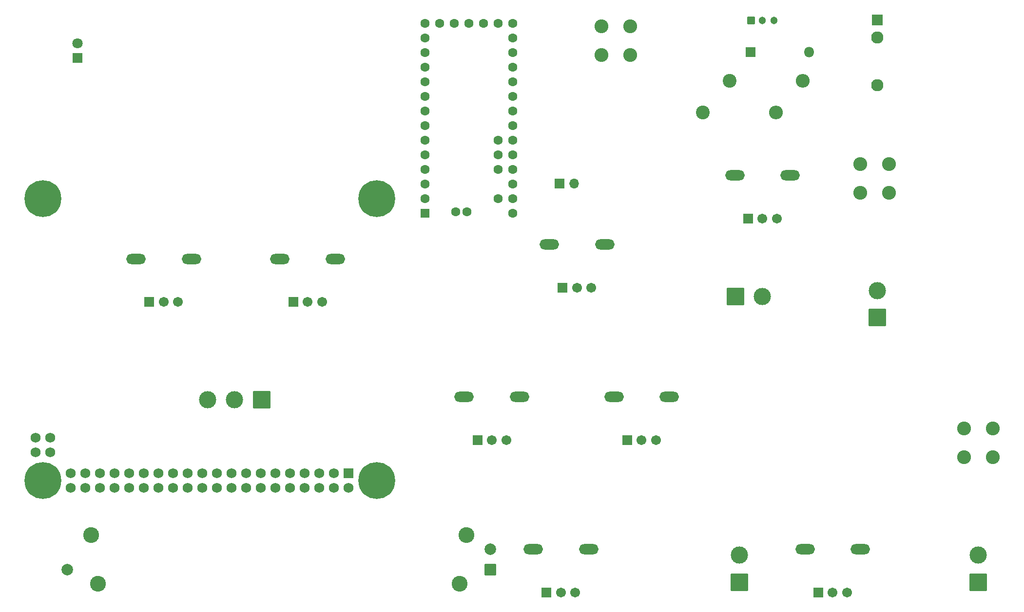
<source format=gbr>
%TF.GenerationSoftware,KiCad,Pcbnew,8.0.4*%
%TF.CreationDate,2024-09-25T11:32:12+02:00*%
%TF.ProjectId,ys.granular,79732e67-7261-46e7-956c-61722e6b6963,rev?*%
%TF.SameCoordinates,Original*%
%TF.FileFunction,Soldermask,Top*%
%TF.FilePolarity,Negative*%
%FSLAX46Y46*%
G04 Gerber Fmt 4.6, Leading zero omitted, Abs format (unit mm)*
G04 Created by KiCad (PCBNEW 8.0.4) date 2024-09-25 11:32:12*
%MOMM*%
%LPD*%
G01*
G04 APERTURE LIST*
G04 Aperture macros list*
%AMRoundRect*
0 Rectangle with rounded corners*
0 $1 Rounding radius*
0 $2 $3 $4 $5 $6 $7 $8 $9 X,Y pos of 4 corners*
0 Add a 4 corners polygon primitive as box body*
4,1,4,$2,$3,$4,$5,$6,$7,$8,$9,$2,$3,0*
0 Add four circle primitives for the rounded corners*
1,1,$1+$1,$2,$3*
1,1,$1+$1,$4,$5*
1,1,$1+$1,$6,$7*
1,1,$1+$1,$8,$9*
0 Add four rect primitives between the rounded corners*
20,1,$1+$1,$2,$3,$4,$5,0*
20,1,$1+$1,$4,$5,$6,$7,0*
20,1,$1+$1,$6,$7,$8,$9,0*
20,1,$1+$1,$8,$9,$2,$3,0*%
G04 Aperture macros list end*
%ADD10RoundRect,0.102000X-0.550000X-0.550000X0.550000X-0.550000X0.550000X0.550000X-0.550000X0.550000X0*%
%ADD11C,1.304000*%
%ADD12C,2.404000*%
%ADD13RoundRect,0.102000X0.754000X-0.754000X0.754000X0.754000X-0.754000X0.754000X-0.754000X-0.754000X0*%
%ADD14C,1.712000*%
%ADD15O,3.404000X1.804000*%
%ADD16R,1.700000X1.700000*%
%ADD17O,1.700000X1.700000*%
%ADD18RoundRect,0.102000X-1.390650X-1.390650X1.390650X-1.390650X1.390650X1.390650X-1.390650X1.390650X0*%
%ADD19C,2.985300*%
%ADD20RoundRect,0.102000X1.390650X-1.390650X1.390650X1.390650X-1.390650X1.390650X-1.390650X-1.390650X0*%
%ADD21RoundRect,0.102000X1.390650X1.390650X-1.390650X1.390650X-1.390650X-1.390650X1.390650X-1.390650X0*%
%ADD22C,2.400000*%
%ADD23O,2.400000X2.400000*%
%ADD24R,1.930000X1.830000*%
%ADD25C,2.130000*%
%ADD26R,1.800000X1.800000*%
%ADD27C,1.800000*%
%ADD28RoundRect,0.102000X0.900000X0.900000X-0.900000X0.900000X-0.900000X-0.900000X0.900000X-0.900000X0*%
%ADD29C,2.004000*%
%ADD30C,2.754000*%
%ADD31O,1.800000X1.800000*%
%ADD32C,6.404000*%
%ADD33C,1.728000*%
%ADD34RoundRect,0.102000X0.762000X0.762000X-0.762000X0.762000X-0.762000X-0.762000X0.762000X-0.762000X0*%
%ADD35R,1.600000X1.600000*%
%ADD36C,1.600000*%
G04 APERTURE END LIST*
D10*
%TO.C,Q1*%
X203000000Y-24000000D03*
D11*
X205000000Y-24000000D03*
X207000000Y-24000000D03*
%TD*%
D12*
%TO.C,SW4*%
X177000000Y-25000000D03*
X177000000Y-30000000D03*
X182000000Y-30000000D03*
X182000000Y-25000000D03*
%TD*%
D13*
%TO.C,RV3*%
X202500000Y-58462500D03*
D14*
X205000000Y-58462500D03*
X207500000Y-58462500D03*
D15*
X200200000Y-50962500D03*
X209800000Y-50962500D03*
%TD*%
D12*
%TO.C,SW5*%
X222000000Y-49000000D03*
X222000000Y-54000000D03*
X227000000Y-54000000D03*
X227000000Y-49000000D03*
%TD*%
D16*
%TO.C,J3*%
X169725000Y-52375000D03*
D17*
X172265000Y-52375000D03*
%TD*%
D18*
%TO.C,SW8*%
X200301000Y-72000000D03*
D19*
X205000000Y-72000000D03*
%TD*%
D20*
%TO.C,SW7*%
X242500000Y-121699000D03*
D19*
X242500000Y-117000000D03*
%TD*%
D21*
%TO.C,SW3*%
X118000000Y-90000000D03*
D19*
X113301000Y-90000000D03*
X108602000Y-90000000D03*
%TD*%
D20*
%TO.C,SW2*%
X225000000Y-75699000D03*
D19*
X225000000Y-71000000D03*
%TD*%
D22*
%TO.C,R1*%
X194650000Y-40000000D03*
D23*
X207350000Y-40000000D03*
%TD*%
D12*
%TO.C,SW6*%
X240000000Y-95000000D03*
X240000000Y-100000000D03*
X245000000Y-100000000D03*
X245000000Y-95000000D03*
%TD*%
D15*
%TO.C,RV8*%
X177600000Y-63000000D03*
X168000000Y-63000000D03*
D14*
X175300000Y-70500000D03*
X172800000Y-70500000D03*
D13*
X170300000Y-70500000D03*
%TD*%
D24*
%TO.C,J1*%
X225000000Y-23900000D03*
D25*
X225000000Y-35300000D03*
X225000000Y-27000000D03*
%TD*%
D23*
%TO.C,R2*%
X212000000Y-34500000D03*
D22*
X199300000Y-34500000D03*
%TD*%
D13*
%TO.C,RV2*%
X181500000Y-97000000D03*
D14*
X184000000Y-97000000D03*
X186500000Y-97000000D03*
D15*
X179200000Y-89500000D03*
X188800000Y-89500000D03*
%TD*%
D26*
%TO.C,LED1*%
X86000000Y-30540000D03*
D27*
X86000000Y-28000000D03*
%TD*%
D13*
%TO.C,RV6*%
X98500000Y-73000000D03*
D14*
X101000000Y-73000000D03*
X103500000Y-73000000D03*
D15*
X96200000Y-65500000D03*
X105800000Y-65500000D03*
%TD*%
D20*
%TO.C,SW1*%
X201000000Y-121699000D03*
D19*
X201000000Y-117000000D03*
%TD*%
D13*
%TO.C,RV4*%
X214700000Y-123500000D03*
D14*
X217200000Y-123500000D03*
X219700000Y-123500000D03*
D15*
X212400000Y-116000000D03*
X222000000Y-116000000D03*
%TD*%
D28*
%TO.C,RV1*%
X157750000Y-119500000D03*
D29*
X157750000Y-116000000D03*
X84250000Y-119500000D03*
D30*
X152400000Y-122000000D03*
X89600000Y-122000000D03*
X153600000Y-113500000D03*
X88400000Y-113500000D03*
%TD*%
D13*
%TO.C,RV5*%
X155500000Y-97000000D03*
D14*
X158000000Y-97000000D03*
X160500000Y-97000000D03*
D15*
X153200000Y-89500000D03*
X162800000Y-89500000D03*
%TD*%
D31*
%TO.C,D1*%
X213080000Y-29500000D03*
D26*
X202920000Y-29500000D03*
%TD*%
D13*
%TO.C,RV9*%
X167500000Y-123500000D03*
D14*
X170000000Y-123500000D03*
X172500000Y-123500000D03*
D15*
X165200000Y-116000000D03*
X174800000Y-116000000D03*
%TD*%
D32*
%TO.C,J2*%
X138000000Y-55000000D03*
X80000000Y-55000000D03*
X80000000Y-104000000D03*
X138000000Y-104000000D03*
D33*
X81310000Y-99147000D03*
X81310000Y-96607000D03*
X78770000Y-99147000D03*
X78770000Y-96607000D03*
X84870000Y-105270000D03*
X84870000Y-102730000D03*
X87410000Y-105270000D03*
X87410000Y-102730000D03*
X89950000Y-105270000D03*
X89950000Y-102730000D03*
X92490000Y-105270000D03*
X92490000Y-102730000D03*
X95030000Y-105270000D03*
X95030000Y-102730000D03*
X97570000Y-105270000D03*
X97570000Y-102730000D03*
X100110000Y-105270000D03*
X100110000Y-102730000D03*
X102650000Y-105270000D03*
X102650000Y-102730000D03*
X105190000Y-105270000D03*
X105190000Y-102730000D03*
X107730000Y-105270000D03*
X107730000Y-102730000D03*
X110270000Y-105270000D03*
X110270000Y-102730000D03*
X112810000Y-105270000D03*
X112810000Y-102730000D03*
X115350000Y-105270000D03*
X115350000Y-102730000D03*
X117890000Y-105270000D03*
X117890000Y-102730000D03*
X120430000Y-105270000D03*
X120430000Y-102730000D03*
X122970000Y-105270000D03*
X122970000Y-102730000D03*
X125510000Y-105270000D03*
X125510000Y-102730000D03*
X128050000Y-105270000D03*
X128050000Y-102730000D03*
X130590000Y-105270000D03*
X130590000Y-102730000D03*
X133130000Y-105270000D03*
D34*
X133130000Y-102730000D03*
%TD*%
D35*
%TO.C,U1*%
X146380000Y-57510000D03*
D36*
X146380000Y-54970000D03*
X146380000Y-52430000D03*
X146380000Y-49890000D03*
X146380000Y-47350000D03*
X146380000Y-44810000D03*
X146380000Y-42270000D03*
X146380000Y-39730000D03*
X146380000Y-37190000D03*
X146380000Y-34650000D03*
X146380000Y-32110000D03*
X146380000Y-29570000D03*
X146380000Y-27030000D03*
X146380000Y-24490000D03*
X148920000Y-24490000D03*
X151460000Y-24490000D03*
X154000000Y-24490000D03*
X156540000Y-24490000D03*
X159080000Y-24490000D03*
X161620000Y-24490000D03*
X161620000Y-27030000D03*
X161620000Y-29570000D03*
X161620000Y-32110000D03*
X161620000Y-34650000D03*
X161620000Y-37190000D03*
X161620000Y-39730000D03*
X161620000Y-42270000D03*
X161620000Y-44810000D03*
X161620000Y-47350000D03*
X161620000Y-49890000D03*
X161620000Y-52430000D03*
X161620000Y-54970000D03*
X161620000Y-57510000D03*
X159080000Y-54970000D03*
X159080000Y-49890000D03*
X159080000Y-47350000D03*
X159080000Y-44810000D03*
X151714000Y-57332200D03*
X153695200Y-57332200D03*
%TD*%
D13*
%TO.C,RV7*%
X123500000Y-73000000D03*
D14*
X126000000Y-73000000D03*
X128500000Y-73000000D03*
D15*
X121200000Y-65500000D03*
X130800000Y-65500000D03*
%TD*%
M02*

</source>
